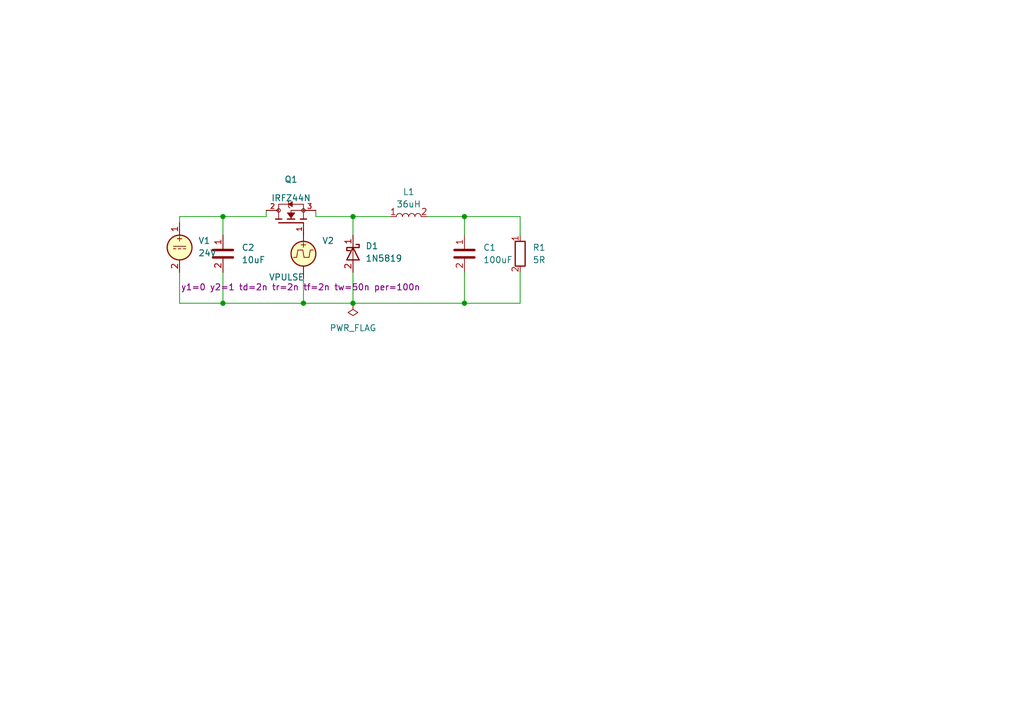
<source format=kicad_sch>
(kicad_sch
	(version 20231120)
	(generator "eeschema")
	(generator_version "8.0")
	(uuid "b6858fc1-64e2-41f1-8b75-157a1833dd8d")
	(paper "A5")
	(lib_symbols
		(symbol "C_1"
			(pin_names
				(offset 0.254) hide)
			(exclude_from_sim no)
			(in_bom yes)
			(on_board yes)
			(property "Reference" "C"
				(at 0.635 2.54 0)
				(effects
					(font
						(size 1.27 1.27)
					)
					(justify left)
				)
			)
			(property "Value" "C"
				(at 0.635 -2.54 0)
				(effects
					(font
						(size 1.27 1.27)
					)
					(justify left)
				)
			)
			(property "Footprint" ""
				(at 0.9652 -3.81 0)
				(effects
					(font
						(size 1.27 1.27)
					)
					(hide yes)
				)
			)
			(property "Datasheet" "~"
				(at 0 0 0)
				(effects
					(font
						(size 1.27 1.27)
					)
					(hide yes)
				)
			)
			(property "Description" "Unpolarized capacitor"
				(at 0 0 0)
				(effects
					(font
						(size 1.27 1.27)
					)
					(hide yes)
				)
			)
			(property "ki_keywords" "cap capacitor"
				(at 0 0 0)
				(effects
					(font
						(size 1.27 1.27)
					)
					(hide yes)
				)
			)
			(property "ki_fp_filters" "C_*"
				(at 0 0 0)
				(effects
					(font
						(size 1.27 1.27)
					)
					(hide yes)
				)
			)
			(symbol "C_1_0_1"
				(polyline
					(pts
						(xy -2.032 -0.762) (xy 2.032 -0.762)
					)
					(stroke
						(width 0.508)
						(type default)
					)
					(fill
						(type none)
					)
				)
				(polyline
					(pts
						(xy -2.032 0.762) (xy 2.032 0.762)
					)
					(stroke
						(width 0.508)
						(type default)
					)
					(fill
						(type none)
					)
				)
			)
			(symbol "C_1_1_1"
				(pin passive line
					(at 0 3.81 270)
					(length 2.794)
					(name "~"
						(effects
							(font
								(size 1.27 1.27)
							)
						)
					)
					(number "1"
						(effects
							(font
								(size 1.27 1.27)
							)
						)
					)
				)
				(pin passive line
					(at 0 -3.81 90)
					(length 2.794)
					(name "~"
						(effects
							(font
								(size 1.27 1.27)
							)
						)
					)
					(number "2"
						(effects
							(font
								(size 1.27 1.27)
							)
						)
					)
				)
			)
		)
		(symbol "Device:C"
			(pin_names
				(offset 0.254) hide)
			(exclude_from_sim no)
			(in_bom yes)
			(on_board yes)
			(property "Reference" "C"
				(at 0.635 2.54 0)
				(effects
					(font
						(size 1.27 1.27)
					)
					(justify left)
				)
			)
			(property "Value" "C"
				(at 0.635 -2.54 0)
				(effects
					(font
						(size 1.27 1.27)
					)
					(justify left)
				)
			)
			(property "Footprint" ""
				(at 0.9652 -3.81 0)
				(effects
					(font
						(size 1.27 1.27)
					)
					(hide yes)
				)
			)
			(property "Datasheet" "~"
				(at 0 0 0)
				(effects
					(font
						(size 1.27 1.27)
					)
					(hide yes)
				)
			)
			(property "Description" "Unpolarized capacitor"
				(at 0 0 0)
				(effects
					(font
						(size 1.27 1.27)
					)
					(hide yes)
				)
			)
			(property "ki_keywords" "cap capacitor"
				(at 0 0 0)
				(effects
					(font
						(size 1.27 1.27)
					)
					(hide yes)
				)
			)
			(property "ki_fp_filters" "C_*"
				(at 0 0 0)
				(effects
					(font
						(size 1.27 1.27)
					)
					(hide yes)
				)
			)
			(symbol "C_0_1"
				(polyline
					(pts
						(xy -2.032 -0.762) (xy 2.032 -0.762)
					)
					(stroke
						(width 0.508)
						(type default)
					)
					(fill
						(type none)
					)
				)
				(polyline
					(pts
						(xy -2.032 0.762) (xy 2.032 0.762)
					)
					(stroke
						(width 0.508)
						(type default)
					)
					(fill
						(type none)
					)
				)
			)
			(symbol "C_1_1"
				(pin passive line
					(at 0 3.81 270)
					(length 2.794)
					(name "~"
						(effects
							(font
								(size 1.27 1.27)
							)
						)
					)
					(number "1"
						(effects
							(font
								(size 1.27 1.27)
							)
						)
					)
				)
				(pin passive line
					(at 0 -3.81 90)
					(length 2.794)
					(name "~"
						(effects
							(font
								(size 1.27 1.27)
							)
						)
					)
					(number "2"
						(effects
							(font
								(size 1.27 1.27)
							)
						)
					)
				)
			)
		)
		(symbol "Device:L"
			(pin_names
				(offset 1.016) hide)
			(exclude_from_sim no)
			(in_bom yes)
			(on_board yes)
			(property "Reference" "L"
				(at -1.27 0 90)
				(effects
					(font
						(size 1.27 1.27)
					)
				)
			)
			(property "Value" "L"
				(at 1.905 0 90)
				(effects
					(font
						(size 1.27 1.27)
					)
				)
			)
			(property "Footprint" ""
				(at 0 0 0)
				(effects
					(font
						(size 1.27 1.27)
					)
					(hide yes)
				)
			)
			(property "Datasheet" "~"
				(at 0 0 0)
				(effects
					(font
						(size 1.27 1.27)
					)
					(hide yes)
				)
			)
			(property "Description" "Inductor"
				(at 0 0 0)
				(effects
					(font
						(size 1.27 1.27)
					)
					(hide yes)
				)
			)
			(property "ki_keywords" "inductor choke coil reactor magnetic"
				(at 0 0 0)
				(effects
					(font
						(size 1.27 1.27)
					)
					(hide yes)
				)
			)
			(property "ki_fp_filters" "Choke_* *Coil* Inductor_* L_*"
				(at 0 0 0)
				(effects
					(font
						(size 1.27 1.27)
					)
					(hide yes)
				)
			)
			(symbol "L_0_1"
				(arc
					(start 0 -2.54)
					(mid 0.6323 -1.905)
					(end 0 -1.27)
					(stroke
						(width 0)
						(type default)
					)
					(fill
						(type none)
					)
				)
				(arc
					(start 0 -1.27)
					(mid 0.6323 -0.635)
					(end 0 0)
					(stroke
						(width 0)
						(type default)
					)
					(fill
						(type none)
					)
				)
				(arc
					(start 0 0)
					(mid 0.6323 0.635)
					(end 0 1.27)
					(stroke
						(width 0)
						(type default)
					)
					(fill
						(type none)
					)
				)
				(arc
					(start 0 1.27)
					(mid 0.6323 1.905)
					(end 0 2.54)
					(stroke
						(width 0)
						(type default)
					)
					(fill
						(type none)
					)
				)
			)
			(symbol "L_1_1"
				(pin passive line
					(at 0 3.81 270)
					(length 1.27)
					(name "1"
						(effects
							(font
								(size 1.27 1.27)
							)
						)
					)
					(number "1"
						(effects
							(font
								(size 1.27 1.27)
							)
						)
					)
				)
				(pin passive line
					(at 0 -3.81 90)
					(length 1.27)
					(name "2"
						(effects
							(font
								(size 1.27 1.27)
							)
						)
					)
					(number "2"
						(effects
							(font
								(size 1.27 1.27)
							)
						)
					)
				)
			)
		)
		(symbol "Device:R"
			(pin_names
				(offset 0) hide)
			(exclude_from_sim no)
			(in_bom yes)
			(on_board yes)
			(property "Reference" "R"
				(at 2.032 0 90)
				(effects
					(font
						(size 1.27 1.27)
					)
				)
			)
			(property "Value" "R"
				(at 0 0 90)
				(effects
					(font
						(size 1.27 1.27)
					)
				)
			)
			(property "Footprint" ""
				(at -1.778 0 90)
				(effects
					(font
						(size 1.27 1.27)
					)
					(hide yes)
				)
			)
			(property "Datasheet" "~"
				(at 0 0 0)
				(effects
					(font
						(size 1.27 1.27)
					)
					(hide yes)
				)
			)
			(property "Description" "Resistor"
				(at 0 0 0)
				(effects
					(font
						(size 1.27 1.27)
					)
					(hide yes)
				)
			)
			(property "ki_keywords" "R res resistor"
				(at 0 0 0)
				(effects
					(font
						(size 1.27 1.27)
					)
					(hide yes)
				)
			)
			(property "ki_fp_filters" "R_*"
				(at 0 0 0)
				(effects
					(font
						(size 1.27 1.27)
					)
					(hide yes)
				)
			)
			(symbol "R_0_1"
				(rectangle
					(start -1.016 -2.54)
					(end 1.016 2.54)
					(stroke
						(width 0.254)
						(type default)
					)
					(fill
						(type none)
					)
				)
			)
			(symbol "R_1_1"
				(pin passive line
					(at 0 3.81 270)
					(length 1.27)
					(name "~"
						(effects
							(font
								(size 1.27 1.27)
							)
						)
					)
					(number "1"
						(effects
							(font
								(size 1.27 1.27)
							)
						)
					)
				)
				(pin passive line
					(at 0 -3.81 90)
					(length 1.27)
					(name "~"
						(effects
							(font
								(size 1.27 1.27)
							)
						)
					)
					(number "2"
						(effects
							(font
								(size 1.27 1.27)
							)
						)
					)
				)
			)
		)
		(symbol "Diode:1N5819"
			(pin_names
				(offset 1.016) hide)
			(exclude_from_sim no)
			(in_bom yes)
			(on_board yes)
			(property "Reference" "D"
				(at 0 2.54 0)
				(effects
					(font
						(size 1.27 1.27)
					)
				)
			)
			(property "Value" "1N5819"
				(at 0 -2.54 0)
				(effects
					(font
						(size 1.27 1.27)
					)
				)
			)
			(property "Footprint" "Diode_THT:D_DO-41_SOD81_P10.16mm_Horizontal"
				(at 0 -4.445 0)
				(effects
					(font
						(size 1.27 1.27)
					)
					(hide yes)
				)
			)
			(property "Datasheet" "http://www.vishay.com/docs/88525/1n5817.pdf"
				(at 0 0 0)
				(effects
					(font
						(size 1.27 1.27)
					)
					(hide yes)
				)
			)
			(property "Description" "40V 1A Schottky Barrier Rectifier Diode, DO-41"
				(at 0 0 0)
				(effects
					(font
						(size 1.27 1.27)
					)
					(hide yes)
				)
			)
			(property "ki_keywords" "diode Schottky"
				(at 0 0 0)
				(effects
					(font
						(size 1.27 1.27)
					)
					(hide yes)
				)
			)
			(property "ki_fp_filters" "D*DO?41*"
				(at 0 0 0)
				(effects
					(font
						(size 1.27 1.27)
					)
					(hide yes)
				)
			)
			(symbol "1N5819_0_1"
				(polyline
					(pts
						(xy 1.27 0) (xy -1.27 0)
					)
					(stroke
						(width 0)
						(type default)
					)
					(fill
						(type none)
					)
				)
				(polyline
					(pts
						(xy 1.27 1.27) (xy 1.27 -1.27) (xy -1.27 0) (xy 1.27 1.27)
					)
					(stroke
						(width 0.254)
						(type default)
					)
					(fill
						(type none)
					)
				)
				(polyline
					(pts
						(xy -1.905 0.635) (xy -1.905 1.27) (xy -1.27 1.27) (xy -1.27 -1.27) (xy -0.635 -1.27) (xy -0.635 -0.635)
					)
					(stroke
						(width 0.254)
						(type default)
					)
					(fill
						(type none)
					)
				)
			)
			(symbol "1N5819_1_1"
				(pin passive line
					(at -3.81 0 0)
					(length 2.54)
					(name "K"
						(effects
							(font
								(size 1.27 1.27)
							)
						)
					)
					(number "1"
						(effects
							(font
								(size 1.27 1.27)
							)
						)
					)
				)
				(pin passive line
					(at 3.81 0 180)
					(length 2.54)
					(name "A"
						(effects
							(font
								(size 1.27 1.27)
							)
						)
					)
					(number "2"
						(effects
							(font
								(size 1.27 1.27)
							)
						)
					)
				)
			)
		)
		(symbol "IRFZ44N:IRFZ44N"
			(pin_names
				(offset 1.016)
			)
			(exclude_from_sim no)
			(in_bom yes)
			(on_board yes)
			(property "Reference" "Q"
				(at -8.89 2.54 0)
				(effects
					(font
						(size 1.27 1.27)
					)
					(justify left bottom)
				)
			)
			(property "Value" "IRFZ44N"
				(at -8.89 -7.62 0)
				(effects
					(font
						(size 1.27 1.27)
					)
					(justify left bottom)
				)
			)
			(property "Footprint" "IRFZ44N:TO254P1016X419X2286-3"
				(at 0 0 0)
				(effects
					(font
						(size 1.27 1.27)
					)
					(justify bottom)
					(hide yes)
				)
			)
			(property "Datasheet" ""
				(at 0 0 0)
				(effects
					(font
						(size 1.27 1.27)
					)
					(hide yes)
				)
			)
			(property "Description" ""
				(at 0 0 0)
				(effects
					(font
						(size 1.27 1.27)
					)
					(hide yes)
				)
			)
			(property "MF" "Infineon Technologies"
				(at 0 0 0)
				(effects
					(font
						(size 1.27 1.27)
					)
					(justify bottom)
					(hide yes)
				)
			)
			(property "MAXIMUM_PACKAGE_HEIGHT" "22.86 mm"
				(at 0 0 0)
				(effects
					(font
						(size 1.27 1.27)
					)
					(justify bottom)
					(hide yes)
				)
			)
			(property "Package" "TO-220-3 Infineon"
				(at 0 0 0)
				(effects
					(font
						(size 1.27 1.27)
					)
					(justify bottom)
					(hide yes)
				)
			)
			(property "Price" "None"
				(at 0 0 0)
				(effects
					(font
						(size 1.27 1.27)
					)
					(justify bottom)
					(hide yes)
				)
			)
			(property "Check_prices" "https://www.snapeda.com/parts/IRFZ44N/Infineon+Technologies/view-part/?ref=eda"
				(at 0 0 0)
				(effects
					(font
						(size 1.27 1.27)
					)
					(justify bottom)
					(hide yes)
				)
			)
			(property "STANDARD" "IPC 7351B"
				(at 0 0 0)
				(effects
					(font
						(size 1.27 1.27)
					)
					(justify bottom)
					(hide yes)
				)
			)
			(property "PARTREV" "09/21/10"
				(at 0 0 0)
				(effects
					(font
						(size 1.27 1.27)
					)
					(justify bottom)
					(hide yes)
				)
			)
			(property "SnapEDA_Link" "https://www.snapeda.com/parts/IRFZ44N/Infineon+Technologies/view-part/?ref=snap"
				(at 0 0 0)
				(effects
					(font
						(size 1.27 1.27)
					)
					(justify bottom)
					(hide yes)
				)
			)
			(property "MP" "IRFZ44N"
				(at 0 0 0)
				(effects
					(font
						(size 1.27 1.27)
					)
					(justify bottom)
					(hide yes)
				)
			)
			(property "Purchase-URL" "https://www.snapeda.com/api/url_track_click_mouser/?unipart_id=558410&manufacturer=Infineon Technologies&part_name=IRFZ44N&search_term=irfz44n"
				(at 0 0 0)
				(effects
					(font
						(size 1.27 1.27)
					)
					(justify bottom)
					(hide yes)
				)
			)
			(property "Description_1" "\nN-Channel 55 V 49A (Tc) 94W (Tc) Through Hole TO-220AB\n"
				(at 0 0 0)
				(effects
					(font
						(size 1.27 1.27)
					)
					(justify bottom)
					(hide yes)
				)
			)
			(property "SNAPEDA_PN" "IRFZ44N"
				(at 0 0 0)
				(effects
					(font
						(size 1.27 1.27)
					)
					(justify bottom)
					(hide yes)
				)
			)
			(property "Availability" "In Stock"
				(at 0 0 0)
				(effects
					(font
						(size 1.27 1.27)
					)
					(justify bottom)
					(hide yes)
				)
			)
			(property "MANUFACTURER" "Infineon"
				(at 0 0 0)
				(effects
					(font
						(size 1.27 1.27)
					)
					(justify bottom)
					(hide yes)
				)
			)
			(symbol "IRFZ44N_0_0"
				(polyline
					(pts
						(xy 0 2.54) (xy 0 -2.54)
					)
					(stroke
						(width 0.254)
						(type default)
					)
					(fill
						(type none)
					)
				)
				(polyline
					(pts
						(xy 0.762 -2.54) (xy 0.762 -3.175)
					)
					(stroke
						(width 0.254)
						(type default)
					)
					(fill
						(type none)
					)
				)
				(polyline
					(pts
						(xy 0.762 -1.905) (xy 0.762 -2.54)
					)
					(stroke
						(width 0.254)
						(type default)
					)
					(fill
						(type none)
					)
				)
				(polyline
					(pts
						(xy 0.762 0) (xy 0.762 -0.762)
					)
					(stroke
						(width 0.254)
						(type default)
					)
					(fill
						(type none)
					)
				)
				(polyline
					(pts
						(xy 0.762 0) (xy 2.54 0)
					)
					(stroke
						(width 0.1524)
						(type default)
					)
					(fill
						(type none)
					)
				)
				(polyline
					(pts
						(xy 0.762 0.762) (xy 0.762 0)
					)
					(stroke
						(width 0.254)
						(type default)
					)
					(fill
						(type none)
					)
				)
				(polyline
					(pts
						(xy 0.762 2.54) (xy 0.762 1.905)
					)
					(stroke
						(width 0.254)
						(type default)
					)
					(fill
						(type none)
					)
				)
				(polyline
					(pts
						(xy 0.762 2.54) (xy 3.81 2.54)
					)
					(stroke
						(width 0.1524)
						(type default)
					)
					(fill
						(type none)
					)
				)
				(polyline
					(pts
						(xy 0.762 3.175) (xy 0.762 2.54)
					)
					(stroke
						(width 0.254)
						(type default)
					)
					(fill
						(type none)
					)
				)
				(polyline
					(pts
						(xy 2.54 -2.54) (xy 0.762 -2.54)
					)
					(stroke
						(width 0.1524)
						(type default)
					)
					(fill
						(type none)
					)
				)
				(polyline
					(pts
						(xy 2.54 -2.54) (xy 3.81 -2.54)
					)
					(stroke
						(width 0.1524)
						(type default)
					)
					(fill
						(type none)
					)
				)
				(polyline
					(pts
						(xy 2.54 0) (xy 2.54 -2.54)
					)
					(stroke
						(width 0.1524)
						(type default)
					)
					(fill
						(type none)
					)
				)
				(polyline
					(pts
						(xy 3.302 0.508) (xy 3.048 0.254)
					)
					(stroke
						(width 0.1524)
						(type default)
					)
					(fill
						(type none)
					)
				)
				(polyline
					(pts
						(xy 3.81 0.508) (xy 3.302 0.508)
					)
					(stroke
						(width 0.1524)
						(type default)
					)
					(fill
						(type none)
					)
				)
				(polyline
					(pts
						(xy 3.81 0.508) (xy 3.81 -2.54)
					)
					(stroke
						(width 0.1524)
						(type default)
					)
					(fill
						(type none)
					)
				)
				(polyline
					(pts
						(xy 3.81 2.54) (xy 3.81 0.508)
					)
					(stroke
						(width 0.1524)
						(type default)
					)
					(fill
						(type none)
					)
				)
				(polyline
					(pts
						(xy 4.318 0.508) (xy 3.81 0.508)
					)
					(stroke
						(width 0.1524)
						(type default)
					)
					(fill
						(type none)
					)
				)
				(polyline
					(pts
						(xy 4.572 0.762) (xy 4.318 0.508)
					)
					(stroke
						(width 0.1524)
						(type default)
					)
					(fill
						(type none)
					)
				)
				(polyline
					(pts
						(xy 1.016 0) (xy 2.032 0.762) (xy 2.032 -0.762) (xy 1.016 0)
					)
					(stroke
						(width 0.1524)
						(type default)
					)
					(fill
						(type outline)
					)
				)
				(polyline
					(pts
						(xy 3.81 0.508) (xy 3.302 -0.254) (xy 4.318 -0.254) (xy 3.81 0.508)
					)
					(stroke
						(width 0.1524)
						(type default)
					)
					(fill
						(type outline)
					)
				)
				(circle
					(center 2.54 -2.54)
					(radius 0.3592)
					(stroke
						(width 0)
						(type default)
					)
					(fill
						(type none)
					)
				)
				(circle
					(center 2.54 2.54)
					(radius 0.3592)
					(stroke
						(width 0)
						(type default)
					)
					(fill
						(type none)
					)
				)
				(pin passive line
					(at -2.54 -2.54 0)
					(length 2.54)
					(name "~"
						(effects
							(font
								(size 1.016 1.016)
							)
						)
					)
					(number "1"
						(effects
							(font
								(size 1.016 1.016)
							)
						)
					)
				)
				(pin passive line
					(at 2.54 5.08 270)
					(length 2.54)
					(name "~"
						(effects
							(font
								(size 1.016 1.016)
							)
						)
					)
					(number "2"
						(effects
							(font
								(size 1.016 1.016)
							)
						)
					)
				)
				(pin passive line
					(at 2.54 -5.08 90)
					(length 2.54)
					(name "~"
						(effects
							(font
								(size 1.016 1.016)
							)
						)
					)
					(number "3"
						(effects
							(font
								(size 1.016 1.016)
							)
						)
					)
				)
			)
		)
		(symbol "Simulation_SPICE:VDC"
			(pin_names
				(offset 0.0254) hide)
			(exclude_from_sim no)
			(in_bom yes)
			(on_board yes)
			(property "Reference" "V"
				(at 2.54 2.54 0)
				(effects
					(font
						(size 1.27 1.27)
					)
					(justify left)
				)
			)
			(property "Value" "1"
				(at 2.54 0 0)
				(effects
					(font
						(size 1.27 1.27)
					)
					(justify left)
				)
			)
			(property "Footprint" ""
				(at 0 0 0)
				(effects
					(font
						(size 1.27 1.27)
					)
					(hide yes)
				)
			)
			(property "Datasheet" "https://ngspice.sourceforge.io/docs/ngspice-html-manual/manual.xhtml#sec_Independent_Sources_for"
				(at 0 0 0)
				(effects
					(font
						(size 1.27 1.27)
					)
					(hide yes)
				)
			)
			(property "Description" "Voltage source, DC"
				(at 0 0 0)
				(effects
					(font
						(size 1.27 1.27)
					)
					(hide yes)
				)
			)
			(property "Sim.Pins" "1=+ 2=-"
				(at 0 0 0)
				(effects
					(font
						(size 1.27 1.27)
					)
					(hide yes)
				)
			)
			(property "Sim.Type" "DC"
				(at 0 0 0)
				(effects
					(font
						(size 1.27 1.27)
					)
					(hide yes)
				)
			)
			(property "Sim.Device" "V"
				(at 0 0 0)
				(effects
					(font
						(size 1.27 1.27)
					)
					(justify left)
					(hide yes)
				)
			)
			(property "ki_keywords" "simulation"
				(at 0 0 0)
				(effects
					(font
						(size 1.27 1.27)
					)
					(hide yes)
				)
			)
			(symbol "VDC_0_0"
				(polyline
					(pts
						(xy -1.27 0.254) (xy 1.27 0.254)
					)
					(stroke
						(width 0)
						(type default)
					)
					(fill
						(type none)
					)
				)
				(polyline
					(pts
						(xy -0.762 -0.254) (xy -1.27 -0.254)
					)
					(stroke
						(width 0)
						(type default)
					)
					(fill
						(type none)
					)
				)
				(polyline
					(pts
						(xy 0.254 -0.254) (xy -0.254 -0.254)
					)
					(stroke
						(width 0)
						(type default)
					)
					(fill
						(type none)
					)
				)
				(polyline
					(pts
						(xy 1.27 -0.254) (xy 0.762 -0.254)
					)
					(stroke
						(width 0)
						(type default)
					)
					(fill
						(type none)
					)
				)
				(text "+"
					(at 0 1.905 0)
					(effects
						(font
							(size 1.27 1.27)
						)
					)
				)
			)
			(symbol "VDC_0_1"
				(circle
					(center 0 0)
					(radius 2.54)
					(stroke
						(width 0.254)
						(type default)
					)
					(fill
						(type background)
					)
				)
			)
			(symbol "VDC_1_1"
				(pin passive line
					(at 0 5.08 270)
					(length 2.54)
					(name "~"
						(effects
							(font
								(size 1.27 1.27)
							)
						)
					)
					(number "1"
						(effects
							(font
								(size 1.27 1.27)
							)
						)
					)
				)
				(pin passive line
					(at 0 -5.08 90)
					(length 2.54)
					(name "~"
						(effects
							(font
								(size 1.27 1.27)
							)
						)
					)
					(number "2"
						(effects
							(font
								(size 1.27 1.27)
							)
						)
					)
				)
			)
		)
		(symbol "Simulation_SPICE:VPULSE"
			(pin_numbers hide)
			(pin_names
				(offset 0.0254)
			)
			(exclude_from_sim no)
			(in_bom yes)
			(on_board yes)
			(property "Reference" "V"
				(at 2.54 2.54 0)
				(effects
					(font
						(size 1.27 1.27)
					)
					(justify left)
				)
			)
			(property "Value" "VPULSE"
				(at 2.54 0 0)
				(effects
					(font
						(size 1.27 1.27)
					)
					(justify left)
				)
			)
			(property "Footprint" ""
				(at 0 0 0)
				(effects
					(font
						(size 1.27 1.27)
					)
					(hide yes)
				)
			)
			(property "Datasheet" "https://ngspice.sourceforge.io/docs/ngspice-html-manual/manual.xhtml#sec_Independent_Sources_for"
				(at 0 0 0)
				(effects
					(font
						(size 1.27 1.27)
					)
					(hide yes)
				)
			)
			(property "Description" "Voltage source, pulse"
				(at 0 0 0)
				(effects
					(font
						(size 1.27 1.27)
					)
					(hide yes)
				)
			)
			(property "Sim.Pins" "1=+ 2=-"
				(at 0 0 0)
				(effects
					(font
						(size 1.27 1.27)
					)
					(hide yes)
				)
			)
			(property "Sim.Type" "PULSE"
				(at 0 0 0)
				(effects
					(font
						(size 1.27 1.27)
					)
					(hide yes)
				)
			)
			(property "Sim.Device" "V"
				(at 0 0 0)
				(effects
					(font
						(size 1.27 1.27)
					)
					(justify left)
					(hide yes)
				)
			)
			(property "Sim.Params" "y1=0 y2=1 td=2n tr=2n tf=2n tw=50n per=100n"
				(at 2.54 -2.54 0)
				(effects
					(font
						(size 1.27 1.27)
					)
					(justify left)
				)
			)
			(property "ki_keywords" "simulation"
				(at 0 0 0)
				(effects
					(font
						(size 1.27 1.27)
					)
					(hide yes)
				)
			)
			(symbol "VPULSE_0_0"
				(polyline
					(pts
						(xy -2.032 -0.762) (xy -1.397 -0.762) (xy -1.143 0.762) (xy -0.127 0.762) (xy 0.127 -0.762) (xy 1.143 -0.762)
						(xy 1.397 0.762) (xy 2.032 0.762)
					)
					(stroke
						(width 0)
						(type default)
					)
					(fill
						(type none)
					)
				)
				(text "+"
					(at 0 1.905 0)
					(effects
						(font
							(size 1.27 1.27)
						)
					)
				)
			)
			(symbol "VPULSE_0_1"
				(circle
					(center 0 0)
					(radius 2.54)
					(stroke
						(width 0.254)
						(type default)
					)
					(fill
						(type background)
					)
				)
			)
			(symbol "VPULSE_1_1"
				(pin passive line
					(at 0 5.08 270)
					(length 2.54)
					(name "~"
						(effects
							(font
								(size 1.27 1.27)
							)
						)
					)
					(number "1"
						(effects
							(font
								(size 1.27 1.27)
							)
						)
					)
				)
				(pin passive line
					(at 0 -5.08 90)
					(length 2.54)
					(name "~"
						(effects
							(font
								(size 1.27 1.27)
							)
						)
					)
					(number "2"
						(effects
							(font
								(size 1.27 1.27)
							)
						)
					)
				)
			)
		)
		(symbol "power:PWR_FLAG"
			(power)
			(pin_numbers hide)
			(pin_names
				(offset 0) hide)
			(exclude_from_sim no)
			(in_bom yes)
			(on_board yes)
			(property "Reference" "#FLG"
				(at 0 1.905 0)
				(effects
					(font
						(size 1.27 1.27)
					)
					(hide yes)
				)
			)
			(property "Value" "PWR_FLAG"
				(at 0 3.81 0)
				(effects
					(font
						(size 1.27 1.27)
					)
				)
			)
			(property "Footprint" ""
				(at 0 0 0)
				(effects
					(font
						(size 1.27 1.27)
					)
					(hide yes)
				)
			)
			(property "Datasheet" "~"
				(at 0 0 0)
				(effects
					(font
						(size 1.27 1.27)
					)
					(hide yes)
				)
			)
			(property "Description" "Special symbol for telling ERC where power comes from"
				(at 0 0 0)
				(effects
					(font
						(size 1.27 1.27)
					)
					(hide yes)
				)
			)
			(property "ki_keywords" "flag power"
				(at 0 0 0)
				(effects
					(font
						(size 1.27 1.27)
					)
					(hide yes)
				)
			)
			(symbol "PWR_FLAG_0_0"
				(pin power_out line
					(at 0 0 90)
					(length 0)
					(name "~"
						(effects
							(font
								(size 1.27 1.27)
							)
						)
					)
					(number "1"
						(effects
							(font
								(size 1.27 1.27)
							)
						)
					)
				)
			)
			(symbol "PWR_FLAG_0_1"
				(polyline
					(pts
						(xy 0 0) (xy 0 1.27) (xy -1.016 1.905) (xy 0 2.54) (xy 1.016 1.905) (xy 0 1.27)
					)
					(stroke
						(width 0)
						(type default)
					)
					(fill
						(type none)
					)
				)
			)
		)
	)
	(junction
		(at 95.25 44.45)
		(diameter 0)
		(color 0 0 0 0)
		(uuid "23927546-6c00-48e3-8c67-b223cfa181d6")
	)
	(junction
		(at 72.39 44.45)
		(diameter 0)
		(color 0 0 0 0)
		(uuid "3c89d5e2-0a9f-4835-a52b-0372875f12b3")
	)
	(junction
		(at 95.25 62.23)
		(diameter 0)
		(color 0 0 0 0)
		(uuid "75f1bd76-8e93-48b5-8d07-49c25fde00dd")
	)
	(junction
		(at 45.72 62.23)
		(diameter 0)
		(color 0 0 0 0)
		(uuid "7c3df614-bfc0-4af8-8c2d-6cf36cb9ac34")
	)
	(junction
		(at 72.39 62.23)
		(diameter 0)
		(color 0 0 0 0)
		(uuid "b7d9ee53-0125-4876-b1e9-633622a77798")
	)
	(junction
		(at 45.72 44.45)
		(diameter 0)
		(color 0 0 0 0)
		(uuid "bc4529f8-4716-443b-81df-bf7381dfc23b")
	)
	(junction
		(at 62.23 62.23)
		(diameter 0)
		(color 0 0 0 0)
		(uuid "cc2f77c6-c033-43a2-89f6-d9a19ffe9ec5")
	)
	(wire
		(pts
			(xy 54.61 44.45) (xy 54.61 43.18)
		)
		(stroke
			(width 0)
			(type default)
		)
		(uuid "0080130b-d241-4c38-96d6-d0b7b4842edf")
	)
	(wire
		(pts
			(xy 72.39 44.45) (xy 80.01 44.45)
		)
		(stroke
			(width 0)
			(type default)
		)
		(uuid "04c2a0d0-ac67-4b51-8998-4b4ef7bc64fa")
	)
	(wire
		(pts
			(xy 72.39 55.88) (xy 72.39 62.23)
		)
		(stroke
			(width 0)
			(type default)
		)
		(uuid "0a37b043-874e-4497-abed-2fc8b8ec2845")
	)
	(wire
		(pts
			(xy 36.83 45.72) (xy 36.83 44.45)
		)
		(stroke
			(width 0)
			(type default)
		)
		(uuid "23ffd09a-0615-4ddd-93c9-86f6485a8332")
	)
	(wire
		(pts
			(xy 45.72 44.45) (xy 54.61 44.45)
		)
		(stroke
			(width 0)
			(type default)
		)
		(uuid "2a6276b5-9e8c-4d0d-a55e-939211cf2417")
	)
	(wire
		(pts
			(xy 62.23 46.99) (xy 62.23 48.26)
		)
		(stroke
			(width 0)
			(type default)
		)
		(uuid "3709cb3a-0b99-4779-8ffd-aeb4be68097a")
	)
	(wire
		(pts
			(xy 64.77 44.45) (xy 64.77 43.18)
		)
		(stroke
			(width 0)
			(type default)
		)
		(uuid "3c77c2a1-5db6-473b-9ee6-0c10d034b941")
	)
	(wire
		(pts
			(xy 72.39 62.23) (xy 95.25 62.23)
		)
		(stroke
			(width 0)
			(type default)
		)
		(uuid "3f6a8f47-3894-4f85-b524-c615fc654d01")
	)
	(wire
		(pts
			(xy 45.72 44.45) (xy 45.72 48.26)
		)
		(stroke
			(width 0)
			(type default)
		)
		(uuid "41b57115-71a3-4200-bff8-b8d1be1c85b7")
	)
	(wire
		(pts
			(xy 95.25 55.88) (xy 95.25 62.23)
		)
		(stroke
			(width 0)
			(type default)
		)
		(uuid "459eff3c-60d0-46fb-863b-77f6ed9aa749")
	)
	(wire
		(pts
			(xy 62.23 57.15) (xy 62.23 62.23)
		)
		(stroke
			(width 0)
			(type default)
		)
		(uuid "47b365f8-0140-4050-a5c0-6a446451a340")
	)
	(wire
		(pts
			(xy 106.68 44.45) (xy 106.68 48.26)
		)
		(stroke
			(width 0)
			(type default)
		)
		(uuid "57939a8c-356c-403b-974d-3cd3099902f6")
	)
	(wire
		(pts
			(xy 62.23 62.23) (xy 72.39 62.23)
		)
		(stroke
			(width 0)
			(type default)
		)
		(uuid "5951e8a9-2729-4ebb-ba3a-f001b8ffca64")
	)
	(wire
		(pts
			(xy 64.77 44.45) (xy 72.39 44.45)
		)
		(stroke
			(width 0)
			(type default)
		)
		(uuid "5b6999ca-9ce7-41a2-8cbd-58dcf7d2550a")
	)
	(wire
		(pts
			(xy 45.72 55.88) (xy 45.72 62.23)
		)
		(stroke
			(width 0)
			(type default)
		)
		(uuid "621d2317-e6bf-4f41-9e3a-c14f90ecfd8b")
	)
	(wire
		(pts
			(xy 45.72 62.23) (xy 62.23 62.23)
		)
		(stroke
			(width 0)
			(type default)
		)
		(uuid "783a79cd-70bb-4d06-845b-de4e63f8215f")
	)
	(wire
		(pts
			(xy 106.68 62.23) (xy 106.68 55.88)
		)
		(stroke
			(width 0)
			(type default)
		)
		(uuid "9eca33e4-8d08-45ba-aa7b-2faa7901e17f")
	)
	(wire
		(pts
			(xy 95.25 44.45) (xy 106.68 44.45)
		)
		(stroke
			(width 0)
			(type default)
		)
		(uuid "a66acb3b-e98c-4c42-9c6c-3378c6714d81")
	)
	(wire
		(pts
			(xy 72.39 44.45) (xy 72.39 48.26)
		)
		(stroke
			(width 0)
			(type default)
		)
		(uuid "a9adc57c-8640-455f-b726-61513ffc65cf")
	)
	(wire
		(pts
			(xy 36.83 55.88) (xy 36.83 62.23)
		)
		(stroke
			(width 0)
			(type default)
		)
		(uuid "ba923c37-930a-44ad-bb7e-6b33f5666da9")
	)
	(wire
		(pts
			(xy 36.83 44.45) (xy 45.72 44.45)
		)
		(stroke
			(width 0)
			(type default)
		)
		(uuid "bc31a3df-abfa-4188-a6fd-8d4d42813334")
	)
	(wire
		(pts
			(xy 87.63 44.45) (xy 95.25 44.45)
		)
		(stroke
			(width 0)
			(type default)
		)
		(uuid "c5c56c86-baa8-4d11-88f0-b162902b7800")
	)
	(wire
		(pts
			(xy 95.25 44.45) (xy 95.25 48.26)
		)
		(stroke
			(width 0)
			(type default)
		)
		(uuid "eaf7f197-e9bf-4eb2-a58d-d4057c373696")
	)
	(wire
		(pts
			(xy 36.83 62.23) (xy 45.72 62.23)
		)
		(stroke
			(width 0)
			(type default)
		)
		(uuid "ec8829e9-c170-4ad7-b560-cf0465fe98f4")
	)
	(wire
		(pts
			(xy 95.25 62.23) (xy 106.68 62.23)
		)
		(stroke
			(width 0)
			(type default)
		)
		(uuid "f7847e37-73c4-43bb-9396-27f7f3b89ca5")
	)
	(symbol
		(lib_id "Simulation_SPICE:VDC")
		(at 36.83 50.8 0)
		(unit 1)
		(exclude_from_sim no)
		(in_bom yes)
		(on_board yes)
		(dnp no)
		(fields_autoplaced yes)
		(uuid "2d09bb13-c055-4209-b5c1-1ea8c02aefa8")
		(property "Reference" "V1"
			(at 40.64 49.4001 0)
			(effects
				(font
					(size 1.27 1.27)
				)
				(justify left)
			)
		)
		(property "Value" "24V"
			(at 40.64 51.9401 0)
			(effects
				(font
					(size 1.27 1.27)
				)
				(justify left)
			)
		)
		(property "Footprint" "TerminalBlock_Phoenix:TerminalBlock_Phoenix_MPT-0,5-2-2.54_1x02_P2.54mm_Horizontal"
			(at 36.83 50.8 0)
			(effects
				(font
					(size 1.27 1.27)
				)
				(hide yes)
			)
		)
		(property "Datasheet" "https://ngspice.sourceforge.io/docs/ngspice-html-manual/manual.xhtml#sec_Independent_Sources_for"
			(at 36.83 50.8 0)
			(effects
				(font
					(size 1.27 1.27)
				)
				(hide yes)
			)
		)
		(property "Description" "Voltage source, DC"
			(at 36.83 50.8 0)
			(effects
				(font
					(size 1.27 1.27)
				)
				(hide yes)
			)
		)
		(property "Sim.Pins" "1=+ 2=-"
			(at 36.83 50.8 0)
			(effects
				(font
					(size 1.27 1.27)
				)
				(hide yes)
			)
		)
		(property "Sim.Type" "DC"
			(at 36.83 50.8 0)
			(effects
				(font
					(size 1.27 1.27)
				)
				(hide yes)
			)
		)
		(property "Sim.Device" "V"
			(at 36.83 50.8 0)
			(effects
				(font
					(size 1.27 1.27)
				)
				(justify left)
				(hide yes)
			)
		)
		(pin "1"
			(uuid "a62bbe35-cb1b-4d45-befd-a9cab629b038")
		)
		(pin "2"
			(uuid "6c17c0b7-8d39-4af9-a24c-91f9db82571c")
		)
		(instances
			(project ""
				(path "/b6858fc1-64e2-41f1-8b75-157a1833dd8d"
					(reference "V1")
					(unit 1)
				)
			)
		)
	)
	(symbol
		(lib_id "Simulation_SPICE:VPULSE")
		(at 62.23 52.07 0)
		(unit 1)
		(exclude_from_sim no)
		(in_bom yes)
		(on_board yes)
		(dnp no)
		(uuid "51511ef5-218e-47e9-89a6-f105c406e631")
		(property "Reference" "V2"
			(at 66.04 49.4001 0)
			(effects
				(font
					(size 1.27 1.27)
				)
				(justify left)
			)
		)
		(property "Value" "VPULSE"
			(at 55.118 56.896 0)
			(effects
				(font
					(size 1.27 1.27)
				)
				(justify left)
			)
		)
		(property "Footprint" "Package_DIP:DIP-8_W7.62mm"
			(at 62.23 52.07 0)
			(effects
				(font
					(size 1.27 1.27)
				)
				(hide yes)
			)
		)
		(property "Datasheet" "https://ngspice.sourceforge.io/docs/ngspice-html-manual/manual.xhtml#sec_Independent_Sources_for"
			(at 62.23 52.07 0)
			(effects
				(font
					(size 1.27 1.27)
				)
				(hide yes)
			)
		)
		(property "Description" "Voltage source, pulse"
			(at 62.23 52.07 0)
			(effects
				(font
					(size 1.27 1.27)
				)
				(hide yes)
			)
		)
		(property "Sim.Pins" "1=+ 2=-"
			(at 62.23 52.07 0)
			(effects
				(font
					(size 1.27 1.27)
				)
				(hide yes)
			)
		)
		(property "Sim.Type" "PULSE"
			(at 62.23 52.07 0)
			(effects
				(font
					(size 1.27 1.27)
				)
				(hide yes)
			)
		)
		(property "Sim.Device" "V"
			(at 62.23 52.07 0)
			(effects
				(font
					(size 1.27 1.27)
				)
				(justify left)
				(hide yes)
			)
		)
		(property "Sim.Params" "y1=0 y2=1 td=2n tr=2n tf=2n tw=50n per=100n"
			(at 37.084 58.928 0)
			(effects
				(font
					(size 1.27 1.27)
				)
				(justify left)
			)
		)
		(pin "2"
			(uuid "81dd58cf-62e4-4d76-9ffb-25af4de8dfea")
		)
		(pin "1"
			(uuid "a359237a-e7a4-4411-90d8-36b0b267961f")
		)
		(instances
			(project ""
				(path "/b6858fc1-64e2-41f1-8b75-157a1833dd8d"
					(reference "V2")
					(unit 1)
				)
			)
		)
	)
	(symbol
		(lib_id "Diode:1N5819")
		(at 72.39 52.07 270)
		(unit 1)
		(exclude_from_sim no)
		(in_bom yes)
		(on_board yes)
		(dnp no)
		(fields_autoplaced yes)
		(uuid "54e9170e-be30-4ced-937a-30ca664f610b")
		(property "Reference" "D1"
			(at 74.93 50.4824 90)
			(effects
				(font
					(size 1.27 1.27)
				)
				(justify left)
			)
		)
		(property "Value" "1N5819"
			(at 74.93 53.0224 90)
			(effects
				(font
					(size 1.27 1.27)
				)
				(justify left)
			)
		)
		(property "Footprint" "Diode_THT:D_DO-41_SOD81_P10.16mm_Horizontal"
			(at 67.945 52.07 0)
			(effects
				(font
					(size 1.27 1.27)
				)
				(hide yes)
			)
		)
		(property "Datasheet" "http://www.vishay.com/docs/88525/1n5817.pdf"
			(at 72.39 52.07 0)
			(effects
				(font
					(size 1.27 1.27)
				)
				(hide yes)
			)
		)
		(property "Description" "40V 1A Schottky Barrier Rectifier Diode, DO-41"
			(at 72.39 52.07 0)
			(effects
				(font
					(size 1.27 1.27)
				)
				(hide yes)
			)
		)
		(pin "1"
			(uuid "5e5169ed-be59-4a9e-9309-f781751712c5")
		)
		(pin "2"
			(uuid "8f413ace-9ecc-495a-9fad-a1ea5768e160")
		)
		(instances
			(project ""
				(path "/b6858fc1-64e2-41f1-8b75-157a1833dd8d"
					(reference "D1")
					(unit 1)
				)
			)
		)
	)
	(symbol
		(lib_name "C_1")
		(lib_id "Device:C")
		(at 95.25 52.07 0)
		(unit 1)
		(exclude_from_sim no)
		(in_bom yes)
		(on_board yes)
		(dnp no)
		(fields_autoplaced yes)
		(uuid "57effec5-cb75-4be8-817a-80525f24d435")
		(property "Reference" "C1"
			(at 99.06 50.7999 0)
			(effects
				(font
					(size 1.27 1.27)
				)
				(justify left)
			)
		)
		(property "Value" "100uF"
			(at 99.06 53.3399 0)
			(effects
				(font
					(size 1.27 1.27)
				)
				(justify left)
			)
		)
		(property "Footprint" "Capacitor_THT:C_Radial_D4.0mm_H7.0mm_P1.50mm"
			(at 96.2152 55.88 0)
			(effects
				(font
					(size 1.27 1.27)
				)
				(hide yes)
			)
		)
		(property "Datasheet" "~"
			(at 95.25 52.07 0)
			(effects
				(font
					(size 1.27 1.27)
				)
				(hide yes)
			)
		)
		(property "Description" "Unpolarized capacitor"
			(at 95.25 52.07 0)
			(effects
				(font
					(size 1.27 1.27)
				)
				(hide yes)
			)
		)
		(pin "1"
			(uuid "21bcaf5d-b7e8-46d4-ab20-028f7d79a6d8")
		)
		(pin "2"
			(uuid "4d694f4c-5386-4148-9ff0-3aadddf22bb6")
		)
		(instances
			(project ""
				(path "/b6858fc1-64e2-41f1-8b75-157a1833dd8d"
					(reference "C1")
					(unit 1)
				)
			)
		)
	)
	(symbol
		(lib_id "Device:L")
		(at 83.82 44.45 90)
		(unit 1)
		(exclude_from_sim no)
		(in_bom yes)
		(on_board yes)
		(dnp no)
		(fields_autoplaced yes)
		(uuid "9bec9d1d-b80f-413d-a514-7b806365d109")
		(property "Reference" "L1"
			(at 83.82 39.37 90)
			(effects
				(font
					(size 1.27 1.27)
				)
			)
		)
		(property "Value" "36uH"
			(at 83.82 41.91 90)
			(effects
				(font
					(size 1.27 1.27)
				)
			)
		)
		(property "Footprint" "Inductor_THT:L_Radial_D12.0mm_P5.00mm_Fastron_11P"
			(at 83.82 44.45 0)
			(effects
				(font
					(size 1.27 1.27)
				)
				(hide yes)
			)
		)
		(property "Datasheet" "~"
			(at 83.82 44.45 0)
			(effects
				(font
					(size 1.27 1.27)
				)
				(hide yes)
			)
		)
		(property "Description" "Inductor"
			(at 83.82 44.45 0)
			(effects
				(font
					(size 1.27 1.27)
				)
				(hide yes)
			)
		)
		(pin "1"
			(uuid "6547b0ab-0426-423d-848b-891cb72e9c94")
		)
		(pin "2"
			(uuid "8124322d-e817-43d7-9714-9a2798998a1e")
		)
		(instances
			(project ""
				(path "/b6858fc1-64e2-41f1-8b75-157a1833dd8d"
					(reference "L1")
					(unit 1)
				)
			)
		)
	)
	(symbol
		(lib_id "Device:C")
		(at 45.72 52.07 0)
		(unit 1)
		(exclude_from_sim no)
		(in_bom yes)
		(on_board yes)
		(dnp no)
		(fields_autoplaced yes)
		(uuid "a496fa43-ede7-4d3c-85e8-510e9fba1c44")
		(property "Reference" "C2"
			(at 49.53 50.7999 0)
			(effects
				(font
					(size 1.27 1.27)
				)
				(justify left)
			)
		)
		(property "Value" "10uF"
			(at 49.53 53.3399 0)
			(effects
				(font
					(size 1.27 1.27)
				)
				(justify left)
			)
		)
		(property "Footprint" "Capacitor_THT:C_Radial_D4.0mm_H5.0mm_P1.50mm"
			(at 46.6852 55.88 0)
			(effects
				(font
					(size 1.27 1.27)
				)
				(hide yes)
			)
		)
		(property "Datasheet" "~"
			(at 45.72 52.07 0)
			(effects
				(font
					(size 1.27 1.27)
				)
				(hide yes)
			)
		)
		(property "Description" "Unpolarized capacitor"
			(at 45.72 52.07 0)
			(effects
				(font
					(size 1.27 1.27)
				)
				(hide yes)
			)
		)
		(pin "1"
			(uuid "99975771-8e05-45d5-ab9d-81ab40d57e9b")
		)
		(pin "2"
			(uuid "8ee859df-edc7-475c-bbd9-c25b451c458a")
		)
		(instances
			(project ""
				(path "/b6858fc1-64e2-41f1-8b75-157a1833dd8d"
					(reference "C2")
					(unit 1)
				)
			)
		)
	)
	(symbol
		(lib_id "Device:R")
		(at 106.68 52.07 0)
		(unit 1)
		(exclude_from_sim no)
		(in_bom yes)
		(on_board yes)
		(dnp no)
		(fields_autoplaced yes)
		(uuid "a51301d6-5f42-4771-a64d-60da64def551")
		(property "Reference" "R1"
			(at 109.22 50.7999 0)
			(effects
				(font
					(size 1.27 1.27)
				)
				(justify left)
			)
		)
		(property "Value" "5R"
			(at 109.22 53.3399 0)
			(effects
				(font
					(size 1.27 1.27)
				)
				(justify left)
			)
		)
		(property "Footprint" "Resistor_THT:R_Axial_DIN0204_L3.6mm_D1.6mm_P5.08mm_Horizontal"
			(at 104.902 52.07 90)
			(effects
				(font
					(size 1.27 1.27)
				)
				(hide yes)
			)
		)
		(property "Datasheet" "~"
			(at 106.68 52.07 0)
			(effects
				(font
					(size 1.27 1.27)
				)
				(hide yes)
			)
		)
		(property "Description" "Resistor"
			(at 106.68 52.07 0)
			(effects
				(font
					(size 1.27 1.27)
				)
				(hide yes)
			)
		)
		(pin "2"
			(uuid "3dfab1a3-d87e-40f8-9359-847f3b3087e4")
		)
		(pin "1"
			(uuid "dc020375-f381-4230-b922-cf96c07e53ad")
		)
		(instances
			(project ""
				(path "/b6858fc1-64e2-41f1-8b75-157a1833dd8d"
					(reference "R1")
					(unit 1)
				)
			)
		)
	)
	(symbol
		(lib_id "IRFZ44N:IRFZ44N")
		(at 59.69 45.72 90)
		(unit 1)
		(exclude_from_sim no)
		(in_bom yes)
		(on_board yes)
		(dnp no)
		(uuid "bb73bf3b-ccd5-45e8-97d9-e8c56a3c21cf")
		(property "Reference" "Q1"
			(at 59.69 36.83 90)
			(effects
				(font
					(size 1.27 1.27)
				)
			)
		)
		(property "Value" "IRFZ44N"
			(at 59.69 40.64 90)
			(effects
				(font
					(size 1.27 1.27)
				)
			)
		)
		(property "Footprint" "Package_TO_SOT_THT:TO-3P-3_Vertical"
			(at 59.69 45.72 0)
			(effects
				(font
					(size 1.27 1.27)
				)
				(justify bottom)
				(hide yes)
			)
		)
		(property "Datasheet" ""
			(at 59.69 45.72 0)
			(effects
				(font
					(size 1.27 1.27)
				)
				(hide yes)
			)
		)
		(property "Description" ""
			(at 59.69 45.72 0)
			(effects
				(font
					(size 1.27 1.27)
				)
				(hide yes)
			)
		)
		(property "MF" "Infineon Technologies"
			(at 59.69 45.72 0)
			(effects
				(font
					(size 1.27 1.27)
				)
				(justify bottom)
				(hide yes)
			)
		)
		(property "MAXIMUM_PACKAGE_HEIGHT" "22.86 mm"
			(at 59.69 45.72 0)
			(effects
				(font
					(size 1.27 1.27)
				)
				(justify bottom)
				(hide yes)
			)
		)
		(property "Package" "TO-220-3 Infineon"
			(at 59.69 45.72 0)
			(effects
				(font
					(size 1.27 1.27)
				)
				(justify bottom)
				(hide yes)
			)
		)
		(property "Price" "None"
			(at 59.69 45.72 0)
			(effects
				(font
					(size 1.27 1.27)
				)
				(justify bottom)
				(hide yes)
			)
		)
		(property "Check_prices" "https://www.snapeda.com/parts/IRFZ44N/Infineon+Technologies/view-part/?ref=eda"
			(at 59.69 45.72 0)
			(effects
				(font
					(size 1.27 1.27)
				)
				(justify bottom)
				(hide yes)
			)
		)
		(property "STANDARD" "IPC 7351B"
			(at 59.69 45.72 0)
			(effects
				(font
					(size 1.27 1.27)
				)
				(justify bottom)
				(hide yes)
			)
		)
		(property "PARTREV" "09/21/10"
			(at 59.69 45.72 0)
			(effects
				(font
					(size 1.27 1.27)
				)
				(justify bottom)
				(hide yes)
			)
		)
		(property "SnapEDA_Link" "https://www.snapeda.com/parts/IRFZ44N/Infineon+Technologies/view-part/?ref=snap"
			(at 59.69 45.72 0)
			(effects
				(font
					(size 1.27 1.27)
				)
				(justify bottom)
				(hide yes)
			)
		)
		(property "MP" "IRFZ44N"
			(at 59.69 45.72 0)
			(effects
				(font
					(size 1.27 1.27)
				)
				(justify bottom)
				(hide yes)
			)
		)
		(property "Purchase-URL" "https://www.snapeda.com/api/url_track_click_mouser/?unipart_id=558410&manufacturer=Infineon Technologies&part_name=IRFZ44N&search_term=irfz44n"
			(at 59.69 45.72 0)
			(effects
				(font
					(size 1.27 1.27)
				)
				(justify bottom)
				(hide yes)
			)
		)
		(property "Description_1" "\nN-Channel 55 V 49A (Tc) 94W (Tc) Through Hole TO-220AB\n"
			(at 59.69 45.72 0)
			(effects
				(font
					(size 1.27 1.27)
				)
				(justify bottom)
				(hide yes)
			)
		)
		(property "SNAPEDA_PN" "IRFZ44N"
			(at 59.69 45.72 0)
			(effects
				(font
					(size 1.27 1.27)
				)
				(justify bottom)
				(hide yes)
			)
		)
		(property "Availability" "In Stock"
			(at 59.69 45.72 0)
			(effects
				(font
					(size 1.27 1.27)
				)
				(justify bottom)
				(hide yes)
			)
		)
		(property "MANUFACTURER" "Infineon"
			(at 59.69 45.72 0)
			(effects
				(font
					(size 1.27 1.27)
				)
				(justify bottom)
				(hide yes)
			)
		)
		(pin "2"
			(uuid "c3be4fbf-b3bb-4bc3-9168-c3716a9de549")
		)
		(pin "3"
			(uuid "a8b78a21-b866-4f06-91be-7255b51d783c")
		)
		(pin "1"
			(uuid "b19abcfc-e276-4549-b7ad-ac2c70534b02")
		)
		(instances
			(project ""
				(path "/b6858fc1-64e2-41f1-8b75-157a1833dd8d"
					(reference "Q1")
					(unit 1)
				)
			)
		)
	)
	(symbol
		(lib_id "power:PWR_FLAG")
		(at 72.39 62.23 180)
		(unit 1)
		(exclude_from_sim no)
		(in_bom yes)
		(on_board yes)
		(dnp no)
		(fields_autoplaced yes)
		(uuid "ddfe9a41-61a5-4724-920d-cc887b2b08af")
		(property "Reference" "#FLG01"
			(at 72.39 64.135 0)
			(effects
				(font
					(size 1.27 1.27)
				)
				(hide yes)
			)
		)
		(property "Value" "PWR_FLAG"
			(at 72.39 67.31 0)
			(effects
				(font
					(size 1.27 1.27)
				)
			)
		)
		(property "Footprint" ""
			(at 72.39 62.23 0)
			(effects
				(font
					(size 1.27 1.27)
				)
				(hide yes)
			)
		)
		(property "Datasheet" "~"
			(at 72.39 62.23 0)
			(effects
				(font
					(size 1.27 1.27)
				)
				(hide yes)
			)
		)
		(property "Description" "Special symbol for telling ERC where power comes from"
			(at 72.39 62.23 0)
			(effects
				(font
					(size 1.27 1.27)
				)
				(hide yes)
			)
		)
		(pin "1"
			(uuid "f49d9a0d-d077-4887-a6ab-ccd409515dfc")
		)
		(instances
			(project ""
				(path "/b6858fc1-64e2-41f1-8b75-157a1833dd8d"
					(reference "#FLG01")
					(unit 1)
				)
			)
		)
	)
	(sheet_instances
		(path "/"
			(page "1")
		)
	)
)

</source>
